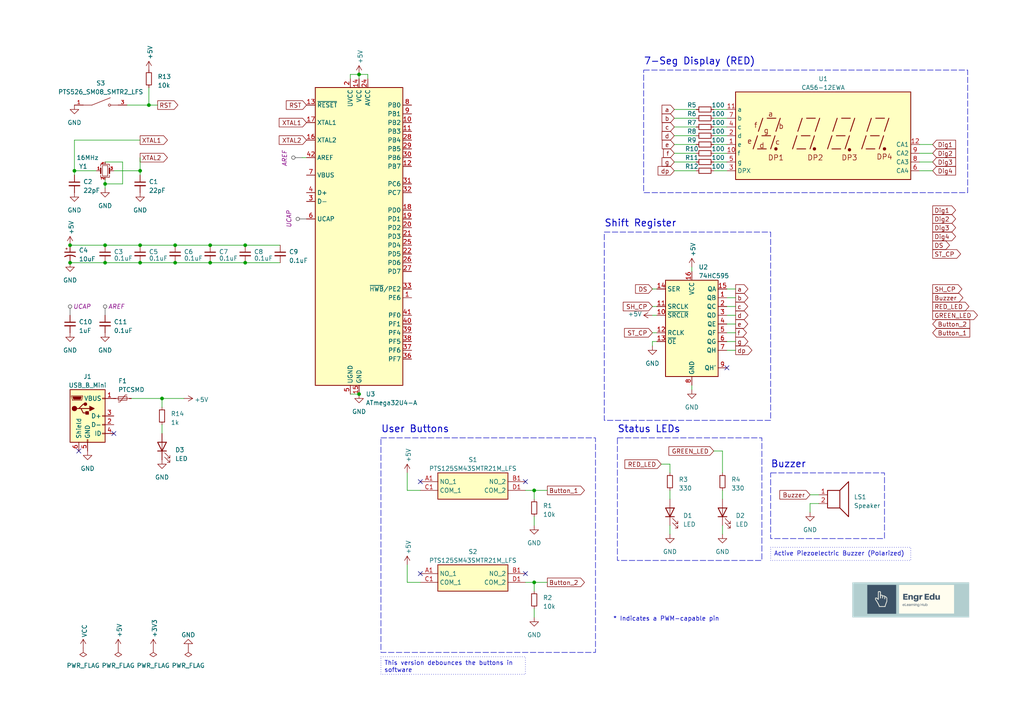
<source format=kicad_sch>
(kicad_sch (version 20230121) (generator eeschema)
  (paper "A4")
  (title_block (title "Arduino Uno Shield") (date "2023-03-22") (rev "1.0"))
  (lib_symbols
    (symbol "74xx:74HC595"
      (property "Reference" "U" (at -7.62 13.97 0))
      (property "Value" "74HC595" (at -7.62 -16.51 0))
      (symbol "74HC595_1_0"
        (pin tri_state line (at 10.16 7.62 180) (length 2.54) (name "QB") (number "1"))
        (pin input line (at -10.16 2.54 0) (length 2.54) (name "~{SRCLR}") (number "10"))
        (pin input line (at -10.16 5.08 0) (length 2.54) (name "SRCLK") (number "11"))
        (pin input line (at -10.16 -2.54 0) (length 2.54) (name "RCLK") (number "12"))
        (pin input line (at -10.16 -5.08 0) (length 2.54) (name "~{OE}") (number "13"))
        (pin input line (at -10.16 10.16 0) (length 2.54) (name "SER") (number "14"))
        (pin tri_state line (at 10.16 10.16 180) (length 2.54) (name "QA") (number "15"))
        (pin power_in line (at 0 15.24 270) (length 2.54) (name "VCC") (number "16"))
        (pin tri_state line (at 10.16 5.08 180) (length 2.54) (name "QC") (number "2"))
        (pin tri_state line (at 10.16 2.54 180) (length 2.54) (name "QD") (number "3"))
        (pin tri_state line (at 10.16 0 180) (length 2.54) (name "QE") (number "4"))
        (pin tri_state line (at 10.16 -2.54 180) (length 2.54) (name "QF") (number "5"))
        (pin tri_state line (at 10.16 -5.08 180) (length 2.54) (name "QG") (number "6"))
        (pin tri_state line (at 10.16 -7.62 180) (length 2.54) (name "QH") (number "7"))
        (pin power_in line (at 0 -17.78 90) (length 2.54) (name "GND") (number "8"))
        (pin output line (at 10.16 -12.7 180) (length 2.54) (name "QH'") (number "9"))
      )
      (symbol "74HC595_1_1"
        (rectangle (start -7.62 12.7) (end 7.62 -15.24) (stroke (width 0.254)) (fill (type background)))
      )
    )
    (symbol "Connector:USB_B_Mini" (pin_names (offset 1.016))
      (property "Reference" "J" (at -5.08 11.43 0))
      (property "Value" "USB_B_Mini" (at -5.08 8.89 0))
      (symbol "USB_B_Mini_0_1"
        (rectangle (start -5.08 -7.62) (end 5.08 7.62) (stroke (width 0.254)) (fill (type background)))
        (circle (center -3.81 2.159) (radius 0.635) (stroke (width 0.254)) (fill (type outline)))
        (circle (center -0.635 3.429) (radius 0.381) (stroke (width 0.254)) (fill (type outline)))
        (rectangle (start -0.127 -7.62) (end 0.127 -6.858))
        (polyline (pts (xy -1.905 2.159) (xy 0.635 2.159)) (stroke (width 0.254)))
        (polyline (pts (xy -3.175 2.159) (xy -2.54 2.159) (xy -1.27 3.429) (xy -0.635 3.429)) (stroke (width 0.254)))
        (polyline (pts (xy -2.54 2.159) (xy -1.905 2.159) (xy -1.27 0.889) (xy 0 0.889)) (stroke (width 0.254)))
        (polyline (pts (xy 0.635 2.794) (xy 0.635 1.524) (xy 1.905 2.159) (xy 0.635 2.794)) (stroke (width 0.254)) (fill (type outline)))
        (polyline (pts (xy -4.318 5.588) (xy -1.778 5.588) (xy -2.032 4.826) (xy -4.064 4.826) (xy -4.318 5.588)) (fill (type outline)))
        (polyline (pts (xy -4.699 5.842) (xy -4.699 5.588) (xy -4.445 4.826) (xy -4.445 4.572) (xy -1.651 4.572) (xy -1.651 4.826) (xy -1.397 5.588) (xy -1.397 5.842) (xy -4.699 5.842)))
        (rectangle (start 0.254 1.27) (end -0.508 0.508) (stroke (width 0.254)) (fill (type outline)))
        (rectangle (start 5.08 -5.207) (end 4.318 -4.953))
        (rectangle (start 5.08 -2.667) (end 4.318 -2.413))
        (rectangle (start 5.08 -0.127) (end 4.318 0.127))
        (rectangle (start 5.08 4.953) (end 4.318 5.207))
      )
      (symbol "USB_B_Mini_1_1"
        (pin power_out line (at 7.62 5.08 180) (length 2.54) (name "VBUS") (number "1"))
        (pin bidirectional line (at 7.62 -2.54 180) (length 2.54) (name "D-") (number "2"))
        (pin bidirectional line (at 7.62 0 180) (length 2.54) (name "D+") (number "3"))
        (pin passive line (at 7.62 -5.08 180) (length 2.54) (name "ID") (number "4"))
        (pin power_out line (at 0 -10.16 90) (length 2.54) (name "GND") (number "5"))
        (pin passive line (at -2.54 -10.16 90) (length 2.54) (name "Shield") (number "6"))
      )
    )
    (symbol "Device:C_Polarized_Small_US" (pin_numbers hide) (pin_names (offset 0.254) hide)
      (property "Reference" "C" (at 0.254 1.778 0))
      (property "Value" "C_Polarized_Small_US" (at 0.254 -2.032 0))
      (symbol "C_Polarized_Small_US_0_1"
        (polyline (pts (xy -1.524 0.508) (xy 1.524 0.508)) (stroke (width 0.3048)))
        (polyline (pts (xy -1.27 1.524) (xy -0.762 1.524)))
        (polyline (pts (xy -1.016 1.27) (xy -1.016 1.778)))
        (arc (start 1.524 -0.762) (mid 0 -0.3734) (end -1.524 -0.762) (stroke (width 0.3048)))
      )
      (symbol "C_Polarized_Small_US_1_1"
        (pin passive line (at 0 2.54 270) (length 2.032) (name "~") (number "1"))
        (pin passive line (at 0 -2.54 90) (length 2.032) (name "~") (number "2"))
      )
    )
    (symbol "Device:C_Small" (pin_numbers hide) (pin_names (offset 0.254) hide)
      (property "Reference" "C" (at 0.254 1.778 0))
      (property "Value" "C_Small" (at 0.254 -2.032 0))
      (symbol "C_Small_0_1"
        (polyline (pts (xy -1.524 -0.508) (xy 1.524 -0.508)) (stroke (width 0.3302)))
        (polyline (pts (xy -1.524 0.508) (xy 1.524 0.508)) (stroke (width 0.3048)))
      )
      (symbol "C_Small_1_1"
        (pin passive line (at 0 2.54 270) (length 2.032) (name "~") (number "1"))
        (pin passive line (at 0 -2.54 90) (length 2.032) (name "~") (number "2"))
      )
    )
    (symbol "Device:Crystal_GND24_Small" (pin_names (offset 1.016) hide)
      (property "Reference" "Y" (at 1.27 4.445 0))
      (property "Value" "Crystal_GND24_Small" (at 1.27 2.54 0))
      (symbol "Crystal_GND24_Small_0_1"
        (rectangle (start -0.762 -1.524) (end 0.762 1.524))
        (polyline (pts (xy -1.27 -0.762) (xy -1.27 0.762)) (stroke (width 0.381)))
        (polyline (pts (xy 1.27 -0.762) (xy 1.27 0.762)) (stroke (width 0.381)))
        (polyline (pts (xy -1.27 -1.27) (xy -1.27 -1.905) (xy 1.27 -1.905) (xy 1.27 -1.27)))
        (polyline (pts (xy -1.27 1.27) (xy -1.27 1.905) (xy 1.27 1.905) (xy 1.27 1.27)))
      )
      (symbol "Crystal_GND24_Small_1_1"
        (pin passive line (at -2.54 0 0) (length 1.27) (name "1") (number "1"))
        (pin passive line (at 0 -2.54 90) (length 0.635) (name "2") (number "2"))
        (pin passive line (at 2.54 0 180) (length 1.27) (name "3") (number "3"))
        (pin passive line (at 0 2.54 270) (length 0.635) (name "4") (number "4"))
      )
    )
    (symbol "Device:LED" (pin_numbers hide) (pin_names (offset 1.016) hide)
      (property "Reference" "D" (at 0 2.54 0))
      (property "Value" "LED" (at 0 -2.54 0))
      (symbol "LED_0_1"
        (polyline (pts (xy -1.27 -1.27) (xy -1.27 1.27)) (stroke (width 0.254)))
        (polyline (pts (xy -1.27 0) (xy 1.27 0)))
        (polyline (pts (xy 1.27 -1.27) (xy 1.27 1.27) (xy -1.27 0) (xy 1.27 -1.27)) (stroke (width 0.254)))
        (polyline (pts (xy -3.048 -0.762) (xy -4.572 -2.286) (xy -3.81 -2.286) (xy -4.572 -2.286) (xy -4.572 -1.524)))
        (polyline (pts (xy -1.778 -0.762) (xy -3.302 -2.286) (xy -2.54 -2.286) (xy -3.302 -2.286) (xy -3.302 -1.524)))
      )
      (symbol "LED_1_1"
        (pin passive line (at -3.81 0 0) (length 2.54) (name "K") (number "1"))
        (pin passive line (at 3.81 0 180) (length 2.54) (name "A") (number "2"))
      )
    )
    (symbol "Device:Polyfuse_Small" (pin_numbers hide) (pin_names (offset 0))
      (property "Reference" "F" (at -1.905 0 90))
      (property "Value" "Polyfuse_Small" (at 1.905 0 90))
      (symbol "Polyfuse_Small_0_1"
        (rectangle (start -0.508 1.27) (end 0.508 -1.27))
        (polyline (pts (xy 0 2.54) (xy 0 -2.54)))
        (polyline (pts (xy -1.016 1.27) (xy -1.016 0.762) (xy 1.016 -0.762) (xy 1.016 -1.27)))
      )
      (symbol "Polyfuse_Small_1_1"
        (pin passive line (at 0 2.54 270) (length 0.635) (name "~") (number "1"))
        (pin passive line (at 0 -2.54 90) (length 0.635) (name "~") (number "2"))
      )
    )
    (symbol "Device:R_Small" (pin_numbers hide) (pin_names (offset 0.254) hide)
      (property "Reference" "R" (at 0.762 0.508 0))
      (property "Value" "R_Small" (at 0.762 -1.016 0))
      (symbol "R_Small_0_1"
        (rectangle (start -0.762 1.778) (end 0.762 -1.778) (stroke (width 0.2032)))
      )
      (symbol "R_Small_1_1"
        (pin passive line (at 0 2.54 270) (length 0.762) (name "~") (number "1"))
        (pin passive line (at 0 -2.54 90) (length 0.762) (name "~") (number "2"))
      )
    )
    (symbol "Device:Speaker" (pin_names (offset 0) hide)
      (property "Reference" "LS" (at 1.27 5.715 0))
      (property "Value" "Speaker" (at 1.27 3.81 0))
      (symbol "Speaker_0_0"
        (rectangle (start -2.54 1.27) (end 1.016 -3.81) (stroke (width 0.254)))
        (polyline (pts (xy 1.016 1.27) (xy 3.556 3.81) (xy 3.556 -6.35) (xy 1.016 -3.81)) (stroke (width 0.254)))
      )
      (symbol "Speaker_1_1"
        (pin input line (at -5.08 0 0) (length 2.54) (name "1") (number "1"))
        (pin input line (at -5.08 -2.54 0) (length 2.54) (name "2") (number "2"))
      )
    )
    (symbol "Display_Character:CA56-12EWA"
      (property "Reference" "U" (at -24.13 13.97 0))
      (property "Value" "CA56-12EWA" (at 19.05 13.97 0))
      (symbol "CA56-12EWA_0_0"
        (rectangle (start -25.4 12.7) (end 25.4 -12.7) (stroke (width 0.254)) (fill (type background)))
        (polyline (pts (xy -20.32 -3.81) (xy -19.05 0)) (stroke (width 0.254)))
        (polyline (pts (xy -19.05 -3.81) (xy -16.51 -3.81)) (stroke (width 0.254)))
        (polyline (pts (xy -18.796 1.27) (xy -17.526 5.08)) (stroke (width 0.254)))
        (polyline (pts (xy -17.78 0) (xy -15.24 0)) (stroke (width 0.254)))
        (polyline (pts (xy -16.256 5.08) (xy -13.716 5.08)) (stroke (width 0.254)))
        (polyline (pts (xy -15.24 -3.81) (xy -13.97 0)) (stroke (width 0.254)))
        (polyline (pts (xy -13.716 1.27) (xy -12.446 5.08)) (stroke (width 0.254)))
        (polyline (pts (xy -8.89 -3.81) (xy -7.62 0)) (stroke (width 0.254)))
        (polyline (pts (xy -7.62 -3.81) (xy -5.08 -3.81)) (stroke (width 0.254)))
        (polyline (pts (xy -7.366 1.27) (xy -6.096 5.08)) (stroke (width 0.254)))
        (polyline (pts (xy -6.35 0) (xy -3.81 0)) (stroke (width 0.254)))
        (polyline (pts (xy -4.826 5.08) (xy -2.286 5.08)) (stroke (width 0.254)))
        (polyline (pts (xy -3.81 -3.81) (xy -2.54 0)) (stroke (width 0.254)))
        (polyline (pts (xy -2.286 1.27) (xy -1.016 5.08)) (stroke (width 0.254)))
        (polyline (pts (xy 1.27 -3.81) (xy 2.54 0)) (stroke (width 0.254)))
        (polyline (pts (xy 2.54 -3.81) (xy 5.08 -3.81)) (stroke (width 0.254)))
        (polyline (pts (xy 2.794 1.27) (xy 4.064 5.08)) (stroke (width 0.254)))
        (polyline (pts (xy 3.81 0) (xy 6.35 0)) (stroke (width 0.254)))
        (polyline (pts (xy 5.334 5.08) (xy 7.874 5.08)) (stroke (width 0.254)))
        (polyline (pts (xy 6.35 -3.81) (xy 7.62 0)) (stroke (width 0.254)))
        (polyline (pts (xy 7.874 1.27) (xy 9.144 5.08)) (stroke (width 0.254)))
        (polyline (pts (xy 11.176 -3.81) (xy 12.446 0)) (stroke (width 0.254)))
        (polyline (pts (xy 12.446 -3.81) (xy 14.986 -3.81)) (stroke (width 0.254)))
        (polyline (pts (xy 12.7 1.27) (xy 13.97 5.08)) (stroke (width 0.254)))
        (polyline (pts (xy 13.716 0) (xy 16.256 0)) (stroke (width 0.254)))
        (polyline (pts (xy 15.24 5.08) (xy 17.78 5.08)) (stroke (width 0.254)))
        (polyline (pts (xy 16.256 -3.81) (xy 17.526 0)) (stroke (width 0.254)))
        (polyline (pts (xy 17.78 1.27) (xy 19.05 5.08)) (stroke (width 0.254)))
        (text "a" (at -15.24 6.35 0) (effects (font (size 1.524 1.524))))
        (text "b" (at -12.192 2.794 0) (effects (font (size 1.524 1.524))))
        (text "c" (at -13.208 -1.778 0) (effects (font (size 1.524 1.524))))
        (text "d" (at -17.78 -2.794 0) (effects (font (size 1.524 1.524))))
        (text "DP1" (at -13.716 -6.35 0) (effects (font (size 1.524 1.524))))
        (text "DP2" (at -2.286 -6.35 0) (effects (font (size 1.524 1.524))))
        (text "DP3" (at 7.62 -6.35 0) (effects (font (size 1.524 1.524))))
        (text "DP4" (at 17.78 -6.096 0) (effects (font (size 1.524 1.524))))
        (text "e" (at -21.336 -1.524 0) (effects (font (size 1.524 1.524))))
        (text "f" (at -19.558 3.048 0) (effects (font (size 1.524 1.524))))
        (text "g" (at -16.51 1.524 0) (effects (font (size 1.524 1.524))))
      )
      (symbol "CA56-12EWA_0_1"
        (circle (center -13.716 -3.81) (radius 0.3556) (stroke (width 0.254)) (fill (type outline)))
        (circle (center -2.54 -3.81) (radius 0.3556) (stroke (width 0.254)) (fill (type outline)))
      )
      (symbol "CA56-12EWA_1_0"
        (circle (center 7.62 -4.064) (radius 0.3556) (stroke (width 0.254)) (fill (type outline)))
        (circle (center 17.78 -3.81) (radius 0.3556) (stroke (width 0.254)) (fill (type outline)))
      )
      (symbol "CA56-12EWA_1_1"
        (pin input line (at -27.94 -2.54 0) (length 2.54) (name "e") (number "1"))
        (pin input line (at -27.94 -5.08 0) (length 2.54) (name "f") (number "10"))
        (pin input line (at -27.94 7.62 0) (length 2.54) (name "a") (number "11"))
        (pin input line (at 27.94 -2.54 180) (length 2.54) (name "CA1") (number "12"))
        (pin input line (at -27.94 0 0) (length 2.54) (name "d") (number "2"))
        (pin input line (at -27.94 -10.16 0) (length 2.54) (name "DPX") (number "3"))
        (pin input line (at -27.94 2.54 0) (length 2.54) (name "c") (number "4"))
        (pin input line (at -27.94 -7.62 0) (length 2.54) (name "g") (number "5"))
        (pin input line (at 27.94 -10.16 180) (length 2.54) (name "CA4") (number "6"))
        (pin input line (at -27.94 5.08 0) (length 2.54) (name "b") (number "7"))
        (pin input line (at 27.94 -7.62 180) (length 2.54) (name "CA3") (number "8"))
        (pin input line (at 27.94 -5.08 180) (length 2.54) (name "CA2") (number "9"))
      )
    )
    (symbol "GND_1" (power) (pin_names (offset 0))
      (property "Value" "GND_1" (at 0 -3.81 0))
      (symbol "GND_1_0_1"
        (polyline (pts (xy 0 0) (xy 0 -1.27) (xy 1.27 -1.27) (xy 0 -2.54) (xy -1.27 -1.27) (xy 0 -1.27)))
      )
      (symbol "GND_1_1_1"
        (pin power_in line (at 0 0 270) (length 0) hide (name "GND") (number "1"))
      )
    )
    (symbol "GND_2" (power) (pin_names (offset 0))
      (property "Value" "GND_2" (at 0 -3.81 0))
      (symbol "GND_2_0_1"
        (polyline (pts (xy 0 0) (xy 0 -1.27) (xy 1.27 -1.27) (xy 0 -2.54) (xy -1.27 -1.27) (xy 0 -1.27)))
      )
      (symbol "GND_2_1_1"
        (pin power_in line (at 0 0 270) (length 0) hide (name "GND") (number "1"))
      )
    )
    (symbol "GND_3" (power) (pin_names (offset 0))
      (property "Value" "GND_3" (at 0 -3.81 0))
      (symbol "GND_3_0_1"
        (polyline (pts (xy 0 0) (xy 0 -1.27) (xy 1.27 -1.27) (xy 0 -2.54) (xy -1.27 -1.27) (xy 0 -1.27)))
      )
      (symbol "GND_3_1_1"
        (pin power_in line (at 0 0 270) (length 0) hide (name "GND") (number "1"))
      )
    )
    (symbol "GND_4" (power) (pin_names (offset 0))
      (property "Value" "GND_4" (at 0 -3.81 0))
      (symbol "GND_4_0_1"
        (polyline (pts (xy 0 0) (xy 0 -1.27) (xy 1.27 -1.27) (xy 0 -2.54) (xy -1.27 -1.27) (xy 0 -1.27)))
      )
      (symbol "GND_4_1_1"
        (pin power_in line (at 0 0 270) (length 0) hide (name "GND") (number "1"))
      )
    )
    (symbol "MCU_Microchip_ATmega:ATmega32U4-A"
      (property "Reference" "U" (at -12.7 44.45 0))
      (property "Value" "ATmega32U4-A" (at 2.54 -44.45 0))
      (symbol "ATmega32U4-A_0_1"
        (rectangle (start -12.7 -43.18) (end 12.7 43.18) (stroke (width 0.254)) (fill (type background)))
      )
      (symbol "ATmega32U4-A_1_1"
        (pin bidirectional line (at 15.24 -17.78 180) (length 2.54) (name "PE6") (number "1"))
        (pin bidirectional line (at 15.24 33.02 180) (length 2.54) (name "PB2") (number "10"))
        (pin bidirectional line (at 15.24 30.48 180) (length 2.54) (name "PB3") (number "11"))
        (pin bidirectional line (at 15.24 20.32 180) (length 2.54) (name "PB7") (number "12"))
        (pin input line (at -15.24 38.1 0) (length 2.54) (name "~{RESET}") (number "13"))
        (pin power_in line (at 0 45.72 270) (length 2.54) (name "VCC") (number "14"))
        (pin power_in line (at 0 -45.72 90) (length 2.54) (name "GND") (number "15"))
        (pin output line (at -15.24 27.94 0) (length 2.54) (name "XTAL2") (number "16"))
        (pin input line (at -15.24 33.02 0) (length 2.54) (name "XTAL1") (number "17"))
        (pin bidirectional line (at 15.24 7.62 180) (length 2.54) (name "PD0") (number "18"))
        (pin bidirectional line (at 15.24 5.08 180) (length 2.54) (name "PD1") (number "19"))
        (pin power_in line (at -2.54 45.72 270) (length 2.54) (name "UVCC") (number "2"))
        (pin bidirectional line (at 15.24 2.54 180) (length 2.54) (name "PD2") (number "20"))
        (pin bidirectional line (at 15.24 0 180) (length 2.54) (name "PD3") (number "21"))
        (pin bidirectional line (at 15.24 -5.08 180) (length 2.54) (name "PD5") (number "22"))
        (pin passive line (at 0 -45.72 90) (length 2.54) hide (name "GND") (number "23"))
        (pin power_in line (at 2.54 45.72 270) (length 2.54) (name "AVCC") (number "24"))
        (pin bidirectional line (at 15.24 -2.54 180) (length 2.54) (name "PD4") (number "25"))
        (pin bidirectional line (at 15.24 -7.62 180) (length 2.54) (name "PD6") (number "26"))
        (pin bidirectional line (at 15.24 -10.16 180) (length 2.54) (name "PD7") (number "27"))
        (pin bidirectional line (at 15.24 27.94 180) (length 2.54) (name "PB4") (number "28"))
        (pin bidirectional line (at 15.24 25.4 180) (length 2.54) (name "PB5") (number "29"))
        (pin bidirectional line (at -15.24 10.16 0) (length 2.54) (name "D-") (number "3"))
        (pin bidirectional line (at 15.24 22.86 180) (length 2.54) (name "PB6") (number "30"))
        (pin bidirectional line (at 15.24 15.24 180) (length 2.54) (name "PC6") (number "31"))
        (pin bidirectional line (at 15.24 12.7 180) (length 2.54) (name "PC7") (number "32"))
        (pin bidirectional line (at 15.24 -15.24 180) (length 2.54) (name "~{HWB}/PE2") (number "33"))
        (pin passive line (at 0 45.72 270) (length 2.54) hide (name "VCC") (number "34"))
        (pin passive line (at 0 -45.72 90) (length 2.54) hide (name "GND") (number "35"))
        (pin bidirectional line (at 15.24 -35.56 180) (length 2.54) (name "PF7") (number "36"))
        (pin bidirectional line (at 15.24 -33.02 180) (length 2.54) (name "PF6") (number "37"))
        (pin bidirectional line (at 15.24 -30.48 180) (length 2.54) (name "PF5") (number "38"))
        (pin bidirectional line (at 15.24 -27.94 180) (length 2.54) (name "PF4") (number "39"))
        (pin bidirectional line (at -15.24 12.7 0) (length 2.54) (name "D+") (number "4"))
        (pin bidirectional line (at 15.24 -25.4 180) (length 2.54) (name "PF1") (number "40"))
        (pin bidirectional line (at 15.24 -22.86 180) (length 2.54) (name "PF0") (number "41"))
        (pin passive line (at -15.24 22.86 0) (length 2.54) (name "AREF") (number "42"))
        (pin passive line (at 0 -45.72 90) (length 2.54) hide (name "GND") (number "43"))
        (pin passive line (at 2.54 45.72 270) (length 2.54) hide (name "AVCC") (number "44"))
        (pin passive line (at -2.54 -45.72 90) (length 2.54) (name "UGND") (number "5"))
        (pin passive line (at -15.24 5.08 0) (length 2.54) (name "UCAP") (number "6"))
        (pin input line (at -15.24 17.78 0) (length 2.54) (name "VBUS") (number "7"))
        (pin bidirectional line (at 15.24 38.1 180) (length 2.54) (name "PB0") (number "8"))
        (pin bidirectional line (at 15.24 35.56 180) (length 2.54) (name "PB1") (number "9"))
      )
    )
    (symbol "PTS125_SMD_Button:PTS125SM43SMTR21M_LFS"
      (property "Reference" "S" (at 26.67 7.62 0))
      (property "Value" "PTS125SM43SMTR21M_LFS" (at 26.67 5.08 0))
      (symbol "PTS125SM43SMTR21M_LFS_1_1"
        (rectangle (start 5.08 2.54) (end 25.4 -5.08) (stroke (width 0.254)) (fill (type background)))
        (pin passive line (at 0 0 0) (length 5.08) (name "NO_1") (number "A1"))
        (pin passive line (at 30.48 0 180) (length 5.08) (name "NO_2") (number "B1"))
        (pin passive line (at 0 -2.54 0) (length 5.08) (name "COM_1") (number "C1"))
        (pin passive line (at 30.48 -2.54 180) (length 5.08) (name "COM_2") (number "D1"))
      )
    )
    (symbol "PTS526_SMD_Button:PTS526_SM08_SMTR2_LFS" (pin_names (offset 1.016))
      (property "Reference" "S" (at -2.54 2.54 0))
      (property "Value" "PTS526_SM08_SMTR2_LFS" (at -2.54 -2.54 0))
      (symbol "PTS526_SM08_SMTR2_LFS_0_0"
        (polyline (pts (xy -2.54 0) (xy -5.08 0)) (stroke (width 0.1524)))
        (polyline (pts (xy -2.54 0) (xy 2.794 2.1336)) (stroke (width 0.1524)))
        (polyline (pts (xy 5.08 0) (xy 2.921 0)) (stroke (width 0.1524)))
        (circle (center 2.54 0) (radius 0.3302) (stroke (width 0.1524)))
        (pin passive line (at -7.62 0 0) (length 2.54) (name "~") (number "1"))
        (pin passive line (at 7.62 0 180) (length 2.54) (name "~") (number "3"))
      )
    )
    (symbol "power:+3V3" (power) (pin_names (offset 0))
      (property "Value" "+3V3" (at 0 3.556 0))
      (symbol "+3V3_0_1"
        (polyline (pts (xy -0.762 1.27) (xy 0 2.54)))
        (polyline (pts (xy 0 0) (xy 0 2.54)))
        (polyline (pts (xy 0 2.54) (xy 0.762 1.27)))
      )
      (symbol "+3V3_1_1"
        (pin power_in line (at 0 0 90) (length 0) hide (name "+3V3") (number "1"))
      )
    )
    (symbol "power:+5V" (power) (pin_names (offset 0))
      (property "Value" "+5V" (at 0 3.556 0))
      (symbol "+5V_0_1"
        (polyline (pts (xy -0.762 1.27) (xy 0 2.54)))
        (polyline (pts (xy 0 0) (xy 0 2.54)))
        (polyline (pts (xy 0 2.54) (xy 0.762 1.27)))
      )
      (symbol "+5V_1_1"
        (pin power_in line (at 0 0 90) (length 0) hide (name "+5V") (number "1"))
      )
    )
    (symbol "power:GND" (power) (pin_names (offset 0))
      (property "Value" "GND" (at 0 -3.81 0))
      (symbol "GND_0_1"
        (polyline (pts (xy 0 0) (xy 0 -1.27) (xy 1.27 -1.27) (xy 0 -2.54) (xy -1.27 -1.27) (xy 0 -1.27)))
      )
      (symbol "GND_1_1"
        (pin power_in line (at 0 0 270) (length 0) hide (name "GND") (number "1"))
      )
    )
    (symbol "power:PWR_FLAG" (power) (pin_numbers hide) (pin_names (offset 0) hide)
      (property "Value" "PWR_FLAG" (at 0 3.81 0))
      (symbol "PWR_FLAG_0_0"
        (pin power_out line (at 0 0 90) (length 0) (name "pwr") (number "1"))
      )
      (symbol "PWR_FLAG_0_1"
        (polyline (pts (xy 0 0) (xy 0 1.27) (xy -1.016 1.905) (xy 0 2.54) (xy 1.016 1.905) (xy 0 1.27)))
      )
    )
    (symbol "power:VCC" (power) (pin_names (offset 0))
      (property "Value" "VCC" (at 0 3.81 0))
      (symbol "VCC_0_1"
        (polyline (pts (xy -0.762 1.27) (xy 0 2.54)))
        (polyline (pts (xy 0 0) (xy 0 2.54)))
        (polyline (pts (xy 0 2.54) (xy 0.762 1.27)))
      )
      (symbol "VCC_1_1"
        (pin power_in line (at 0 0 90) (length 0) hide (name "VCC") (number "1"))
      )
    )
  )
  (junction (at 71.12 71.12))
  (junction (at 50.8 76.2))
  (junction (at 21.59 49.53))
  (junction (at 30.48 76.2))
  (junction (at 60.96 71.12))
  (junction (at 30.48 71.12))
  (junction (at 50.8 71.12))
  (junction (at 60.96 76.2))
  (junction (at 154.94 168.91))
  (junction (at 104.14 114.3))
  (junction (at 40.64 49.53))
  (junction (at 40.64 76.2))
  (junction (at 40.64 71.12))
  (junction (at 71.12 76.2))
  (junction (at 46.99 115.57))
  (junction (at 20.32 76.2))
  (junction (at 104.14 21.59))
  (junction (at 43.18 30.48))
  (junction (at 30.48 53.34))
  (junction (at 20.32 71.12))
  (junction (at 154.94 142.24))
  (no_connect (at 210.82 106.68))
  (no_connect (at 121.92 139.7))
  (no_connect (at 22.86 130.81))
  (no_connect (at 152.4 166.37))
  (no_connect (at 152.4 139.7))
  (no_connect (at 121.92 166.37))
  (no_connect (at 33.02 125.73))
  (wire (pts (xy 200.66 111.76) (xy 200.66 113.03)))
  (wire (pts (xy 154.94 168.91) (xy 154.94 171.45)))
  (wire (pts (xy 207.01 36.83) (xy 210.82 36.83)))
  (wire (pts (xy 20.32 76.2) (xy 30.48 76.2)))
  (wire (pts (xy 21.59 40.64) (xy 40.64 40.64)))
  (wire (pts (xy 30.48 53.34) (xy 30.48 52.07)))
  (wire (pts (xy 234.95 146.05) (xy 234.95 148.59)))
  (wire (pts (xy 71.12 76.2) (xy 81.28 76.2)))
  (wire (pts (xy 210.82 83.82) (xy 213.36 83.82)))
  (wire (pts (xy 50.8 71.12) (xy 60.96 71.12)))
  (wire (pts (xy 154.94 168.91) (xy 158.75 168.91)))
  (wire (pts (xy 104.14 21.59) (xy 104.14 22.86)))
  (wire (pts (xy 121.92 142.24) (xy 118.11 142.24)))
  (wire (pts (xy 154.94 142.24) (xy 154.94 144.78)))
  (wire (pts (xy 194.31 142.24) (xy 194.31 144.78)))
  (wire (pts (xy 106.68 22.86) (xy 106.68 21.59)))
  (wire (pts (xy 60.96 71.12) (xy 71.12 71.12)))
  (wire (pts (xy 189.23 88.9) (xy 190.5 88.9)))
  (wire (pts (xy 46.99 118.11) (xy 46.99 115.57)))
  (wire (pts (xy 21.59 49.53) (xy 21.59 50.8)))
  (wire (pts (xy 195.58 36.83) (xy 201.93 36.83)))
  (wire (pts (xy 234.95 143.51) (xy 237.49 143.51)))
  (wire (pts (xy 266.7 44.45) (xy 270.51 44.45)))
  (wire (pts (xy 21.59 49.53) (xy 21.59 40.64)))
  (wire (pts (xy 209.55 130.81) (xy 209.55 137.16)))
  (wire (pts (xy 195.58 34.29) (xy 201.93 34.29)))
  (wire (pts (xy 36.83 30.48) (xy 43.18 30.48)))
  (wire (pts (xy 101.6 114.3) (xy 104.14 114.3)))
  (wire (pts (xy 27.94 49.53) (xy 21.59 49.53)))
  (wire (pts (xy 190.5 99.06) (xy 189.23 99.06)))
  (wire (pts (xy 209.55 142.24) (xy 209.55 144.78)))
  (wire (pts (xy 195.58 41.91) (xy 201.93 41.91)))
  (wire (pts (xy 200.66 77.47) (xy 200.66 78.74)))
  (wire (pts (xy 207.01 130.81) (xy 209.55 130.81)))
  (wire (pts (xy 35.56 46.99) (xy 35.56 53.34)))
  (wire (pts (xy 30.48 46.99) (xy 35.56 46.99)))
  (wire (pts (xy 195.58 44.45) (xy 201.93 44.45)))
  (wire (pts (xy 189.23 83.82) (xy 190.5 83.82)))
  (wire (pts (xy 207.01 31.75) (xy 210.82 31.75)))
  (wire (pts (xy 154.94 142.24) (xy 158.75 142.24)))
  (wire (pts (xy 60.96 76.2) (xy 71.12 76.2)))
  (wire (pts (xy 209.55 152.4) (xy 209.55 154.94)))
  (wire (pts (xy 210.82 96.52) (xy 213.36 96.52)))
  (wire (pts (xy 266.7 46.99) (xy 270.51 46.99)))
  (wire (pts (xy 189.23 91.44) (xy 190.5 91.44)))
  (wire (pts (xy 207.01 39.37) (xy 210.82 39.37)))
  (wire (pts (xy 152.4 142.24) (xy 154.94 142.24)))
  (wire (pts (xy 101.6 21.59) (xy 104.14 21.59)))
  (wire (pts (xy 195.58 49.53) (xy 201.93 49.53)))
  (wire (pts (xy 237.49 146.05) (xy 234.95 146.05)))
  (wire (pts (xy 43.18 30.48) (xy 45.72 30.48)))
  (wire (pts (xy 43.18 25.4) (xy 43.18 30.48)))
  (wire (pts (xy 189.23 99.06) (xy 189.23 100.33)))
  (wire (pts (xy 207.01 46.99) (xy 210.82 46.99)))
  (wire (pts (xy 210.82 88.9) (xy 213.36 88.9)))
  (wire (pts (xy 207.01 34.29) (xy 210.82 34.29)))
  (wire (pts (xy 195.58 39.37) (xy 201.93 39.37)))
  (wire (pts (xy 207.01 44.45) (xy 210.82 44.45)))
  (wire (pts (xy 40.64 71.12) (xy 50.8 71.12)))
  (wire (pts (xy 154.94 149.86) (xy 154.94 152.4)))
  (wire (pts (xy 40.64 76.2) (xy 50.8 76.2)))
  (wire (pts (xy 210.82 91.44) (xy 213.36 91.44)))
  (wire (pts (xy 266.7 49.53) (xy 270.51 49.53)))
  (wire (pts (xy 210.82 93.98) (xy 213.36 93.98)))
  (wire (pts (xy 40.64 49.53) (xy 40.64 50.8)))
  (wire (pts (xy 118.11 142.24) (xy 118.11 137.16)))
  (wire (pts (xy 106.68 21.59) (xy 104.14 21.59)))
  (wire (pts (xy 210.82 86.36) (xy 213.36 86.36)))
  (wire (pts (xy 50.8 76.2) (xy 60.96 76.2)))
  (wire (pts (xy 154.94 176.53) (xy 154.94 179.07)))
  (wire (pts (xy 40.64 45.72) (xy 40.64 49.53)))
  (wire (pts (xy 195.58 31.75) (xy 201.93 31.75)))
  (wire (pts (xy 195.58 46.99) (xy 201.93 46.99)))
  (wire (pts (xy 53.34 115.57) (xy 46.99 115.57)))
  (wire (pts (xy 30.48 53.34) (xy 30.48 54.61)))
  (wire (pts (xy 194.31 134.62) (xy 194.31 137.16)))
  (wire (pts (xy 194.31 152.4) (xy 194.31 154.94)))
  (wire (pts (xy 71.12 71.12) (xy 81.28 71.12)))
  (wire (pts (xy 118.11 168.91) (xy 118.11 163.83)))
  (wire (pts (xy 35.56 53.34) (xy 30.48 53.34)))
  (wire (pts (xy 46.99 123.19) (xy 46.99 125.73)))
  (wire (pts (xy 30.48 71.12) (xy 40.64 71.12)))
  (wire (pts (xy 33.02 49.53) (xy 40.64 49.53)))
  (wire (pts (xy 101.6 22.86) (xy 101.6 21.59)))
  (wire (pts (xy 207.01 41.91) (xy 210.82 41.91)))
  (wire (pts (xy 210.82 101.6) (xy 213.36 101.6)))
  (wire (pts (xy 20.32 71.12) (xy 30.48 71.12)))
  (wire (pts (xy 30.48 76.2) (xy 40.64 76.2)))
  (wire (pts (xy 266.7 41.91) (xy 270.51 41.91)))
  (wire (pts (xy 121.92 168.91) (xy 118.11 168.91)))
  (wire (pts (xy 189.23 96.52) (xy 190.5 96.52)))
  (wire (pts (xy 46.99 115.57) (xy 38.1 115.57)))
  (wire (pts (xy 152.4 168.91) (xy 154.94 168.91)))
  (wire (pts (xy 87.63 45.72) (xy 88.9 45.72)))
  (wire (pts (xy 191.77 134.62) (xy 194.31 134.62)))
  (wire (pts (xy 210.82 99.06) (xy 213.36 99.06)))
  (wire (pts (xy 207.01 49.53) (xy 210.82 49.53)))
  (rectangle (start 179.07 127) (end 220.98 162.56) (stroke (width 0) (type dash)))
  (rectangle (start 223.52 137.16) (end 256.54 156.21) (stroke (width 0) (type dash)))
  (rectangle (start 110.49 127) (end 172.72 189.23) (stroke (width 0) (type dash)))
  (rectangle (start 175.26 67.31) (end 223.52 121.92) (stroke (width 0) (type dash)))
  (rectangle (start 186.69 20.32) (end 280.67 55.88) (stroke (width 0) (type dash)))
  (image (at 264.16 173.99) (scale 0.800628))
  (text_box "Active Piezoelectric Buzzer (Polarized)" (at 223.52 158.75 0) (size 40.64 3.81) (stroke (width 0) (type dot)) (effects (font (size 1.27 1.27)) (justify left top)))
  (text_box "This version debounces the buttons in software" (at 110.49 190.5 0) (size 41.91 5.08) (stroke (width 0) (type dot)) (effects (font (size 1.27 1.27)) (justify left top)))
  (text "Shift Register" (at 175.26 66.04 0) (effects (font (size 2 2) (thickness 0.254) bold) (justify left bottom)))
  (text "Status LEDs" (at 179.07 125.73 0) (effects (font (size 2 2) (thickness 0.254) bold) (justify left bottom)))
  (text "User Buttons" (at 110.49 125.73 0) (effects (font (size 2 2) (thickness 0.254) bold) (justify left bottom)))
  (text "Buzzer" (at 223.52 135.89 0) (effects (font (size 2 2) (thickness 0.254) bold) (justify left bottom)))
  (text "* Indicates a PWM-capable pin" (at 177.8 180.34 0) (effects (font (size 1.27 1.27)) (justify left bottom)))
  (text "7-Seg Display (RED)" (at 186.69 19.05 0) (effects (font (size 2 2) (thickness 0.254) bold) (justify left bottom)))
  (global_label "e" (shape output) (at 213.36 93.98 0) (property "Intersheetrefs" "${INTERSHEET_REFS}" (effects hide)))
  (global_label "Button_1" (shape output) (at 158.75 142.24 0) (property "Intersheetrefs" "${INTERSHEET_REFS}" (effects hide)))
  (global_label "RST" (shape output) (at 45.72 30.48 0) (property "Intersheetrefs" "${INTERSHEET_REFS}" (effects hide)))
  (global_label "Button_1" (shape input) (at 270.51 96.52 0) (property "Intersheetrefs" "${INTERSHEET_REFS}" (effects hide)))
  (global_label "XTAL2" (shape input) (at 88.9 40.64 180) (property "Intersheetrefs" "${INTERSHEET_REFS}" (effects hide)))
  (global_label "g" (shape output) (at 213.36 99.06 0) (property "Intersheetrefs" "${INTERSHEET_REFS}" (effects hide)))
  (global_label "dp" (shape output) (at 213.36 101.6 0) (property "Intersheetrefs" "${INTERSHEET_REFS}" (effects hide)))
  (global_label "ST_CP" (shape output) (at 270.51 73.66 0) (property "Intersheetrefs" "${INTERSHEET_REFS}" (effects hide)))
  (global_label "b" (shape input) (at 195.58 34.29 180) (property "Intersheetrefs" "${INTERSHEET_REFS}" (effects hide)))
  (global_label "f" (shape output) (at 213.36 96.52 0) (property "Intersheetrefs" "${INTERSHEET_REFS}" (effects hide)))
  (global_label "ST_CP" (shape input) (at 189.23 96.52 180) (property "Intersheetrefs" "${INTERSHEET_REFS}" (effects hide)))
  (global_label "d" (shape input) (at 195.58 39.37 180) (property "Intersheetrefs" "${INTERSHEET_REFS}" (effects hide)))
  (global_label "a" (shape input) (at 195.58 31.75 180) (property "Intersheetrefs" "${INTERSHEET_REFS}" (effects hide)))
  (global_label "c" (shape output) (at 213.36 88.9 0) (property "Intersheetrefs" "${INTERSHEET_REFS}" (effects hide)))
  (global_label "Dig1" (shape output) (at 270.51 60.96 0) (property "Intersheetrefs" "${INTERSHEET_REFS}" (effects hide)))
  (global_label "XTAL2" (shape output) (at 40.64 45.72 0) (property "Intersheetrefs" "${INTERSHEET_REFS}" (effects hide)))
  (global_label "Buzzer" (shape output) (at 270.51 86.36 0) (property "Intersheetrefs" "${INTERSHEET_REFS}" (effects hide)))
  (global_label "g" (shape input) (at 195.58 46.99 180) (property "Intersheetrefs" "${INTERSHEET_REFS}" (effects hide)))
  (global_label "Button_2" (shape input) (at 270.51 93.98 0) (property "Intersheetrefs" "${INTERSHEET_REFS}" (effects hide)))
  (global_label "Dig1" (shape input) (at 270.51 41.91 0) (property "Intersheetrefs" "${INTERSHEET_REFS}" (effects hide)))
  (global_label "Dig4" (shape output) (at 270.51 68.58 0) (property "Intersheetrefs" "${INTERSHEET_REFS}" (effects hide)))
  (global_label "GREEN_LED" (shape input) (at 207.01 130.81 180) (property "Intersheetrefs" "${INTERSHEET_REFS}" (effects hide)))
  (global_label "a" (shape output) (at 213.36 83.82 0) (property "Intersheetrefs" "${INTERSHEET_REFS}" (effects hide)))
  (global_label "SH_CP" (shape output) (at 270.51 83.82 0) (property "Intersheetrefs" "${INTERSHEET_REFS}" (effects hide)))
  (global_label "Dig2" (shape input) (at 270.51 44.45 0) (property "Intersheetrefs" "${INTERSHEET_REFS}" (effects hide)))
  (global_label "Dig3" (shape output) (at 270.51 66.04 0) (property "Intersheetrefs" "${INTERSHEET_REFS}" (effects hide)))
  (global_label "DS" (shape input) (at 189.23 83.82 180) (property "Intersheetrefs" "${INTERSHEET_REFS}" (effects hide)))
  (global_label "SH_CP" (shape input) (at 189.23 88.9 180) (property "Intersheetrefs" "${INTERSHEET_REFS}" (effects hide)))
  (global_label "Button_2" (shape output) (at 158.75 168.91 0) (property "Intersheetrefs" "${INTERSHEET_REFS}" (effects hide)))
  (global_label "Dig4" (shape input) (at 270.51 49.53 0) (property "Intersheetrefs" "${INTERSHEET_REFS}" (effects hide)))
  (global_label "c" (shape input) (at 195.58 36.83 180) (property "Intersheetrefs" "${INTERSHEET_REFS}" (effects hide)))
  (global_label "Dig2" (shape output) (at 270.51 63.5 0) (property "Intersheetrefs" "${INTERSHEET_REFS}" (effects hide)))
  (global_label "dp" (shape input) (at 195.58 49.53 180) (property "Intersheetrefs" "${INTERSHEET_REFS}" (effects hide)))
  (global_label "XTAL1" (shape output) (at 40.64 40.64 0) (property "Intersheetrefs" "${INTERSHEET_REFS}" (effects hide)))
  (global_label "RST" (shape input) (at 88.9 30.48 180) (property "Intersheetrefs" "${INTERSHEET_REFS}" (effects hide)))
  (global_label "Dig3" (shape input) (at 270.51 46.99 0) (property "Intersheetrefs" "${INTERSHEET_REFS}" (effects hide)))
  (global_label "Buzzer" (shape input) (at 234.95 143.51 180) (property "Intersheetrefs" "${INTERSHEET_REFS}" (effects hide)))
  (global_label "RED_LED" (shape output) (at 270.51 88.9 0) (property "Intersheetrefs" "${INTERSHEET_REFS}" (effects hide)))
  (global_label "d" (shape output) (at 213.36 91.44 0) (property "Intersheetrefs" "${INTERSHEET_REFS}" (effects hide)))
  (global_label "XTAL1" (shape input) (at 88.9 35.56 180) (property "Intersheetrefs" "${INTERSHEET_REFS}" (effects hide)))
  (global_label "e" (shape input) (at 195.58 41.91 180) (property "Intersheetrefs" "${INTERSHEET_REFS}" (effects hide)))
  (global_label "DS" (shape output) (at 270.51 71.12 0) (property "Intersheetrefs" "${INTERSHEET_REFS}" (effects hide)))
  (global_label "GREEN_LED" (shape output) (at 270.51 91.44 0) (property "Intersheetrefs" "${INTERSHEET_REFS}" (effects hide)))
  (global_label "f" (shape input) (at 195.58 44.45 180) (property "Intersheetrefs" "${INTERSHEET_REFS}" (effects hide)))
  (global_label "b" (shape output) (at 213.36 86.36 0) (property "Intersheetrefs" "${INTERSHEET_REFS}" (effects hide)))
  (global_label "RED_LED" (shape input) (at 191.77 134.62 180) (property "Intersheetrefs" "${INTERSHEET_REFS}" (effects hide)))
  (netclass_flag "" (length 2.54) (shape round) (at 87.63 45.72 90) (property "Netclass" "AREF" (at 82.55 48.26 90) (effects (font italic) (justify left))))
  (netclass_flag "" (length 2.54) (shape round) (at 20.32 91.44 0) (property "Netclass" "UCAP" (at 21.209 88.9 0) (effects (font italic) (justify left))))
  (netclass_flag "" (length 2.54) (shape round) (at 30.48 91.44 0) (property "Netclass" "AREF" (at 31.369 88.9 0) (effects (font italic) (justify left))))
  (netclass_flag "" (length 2.54) (shape round) (at 88.9 63.5 90) (property "Netclass" "UCAP" (at 83.82 66.04 90) (effects (font italic) (justify left))))
  (symbol (lib_id "power:GND") (at 21.59 30.48 0) (unit 1)
    (property "Reference" "#PWR01" (effects hide))
    (property "Value" "GND" (at 21.59 35.56 0))
  )
  (symbol (lib_id "power:+5V") (at 118.11 163.83 0) (unit 1)
    (property "Reference" "#PWR014" (effects hide))
    (property "Value" "+5V" (at 118.4656 160.782 90) (effects (justify left)))
  )
  (symbol (lib_name "GND_4") (lib_id "power:GND") (at 54.61 187.96 180) (unit 1)
    (property "Reference" "#PWR019" (effects hide))
    (property "Value" "GND" (at 54.61 184.15 0))
  )
  (symbol (lib_id "PTS526_SMD_Button:PTS526_SM08_SMTR2_LFS") (at 29.21 30.48 0) (unit 1)
    (property "Reference" "S3" (at 29.21 24.13 0))
    (property "Value" "PTS526_SM08_SMTR2_LFS" (at 29.21 26.67 0))
    (property "Footprint" "PTS526_SMD_Button:PTS526_SMD_Button" (effects hide))
    (property "STANDARD" "Manufacturer Recommendations" (effects hide))
    (property "MANUFACTURER" "C&K" (effects hide))
    (property "PARTREV" "20 mar 19" (effects hide))
    (property "MAXIMUM_PACKAGE_HEIGHT" "0.95mm" (effects hide))
  )
  (symbol (lib_id "74xx:74HC595") (at 200.66 93.98 0) (unit 1)
    (property "Reference" "U2" (at 202.6159 77.47 0) (effects (justify left)))
    (property "Value" "74HC595" (at 202.6159 80.01 0) (effects (justify left)))
    (property "Footprint" "Package_SO:TSSOP-16_4.4x5mm_P0.65mm" (effects hide))
    (property "Datasheet" "http://www.ti.com/lit/ds/symlink/sn74hc595.pdf" (effects hide))
  )
  (symbol (lib_id "power:PWR_FLAG") (at 24.13 187.96 180) (unit 1)
    (property "Reference" "#FLG01" (effects hide))
    (property "Value" "PWR_FLAG" (at 24.13 193.04 0))
  )
  (symbol (lib_id "power:PWR_FLAG") (at 44.45 187.96 180) (unit 1)
    (property "Reference" "#FLG03" (effects hide))
    (property "Value" "PWR_FLAG" (at 44.45 193.04 0))
  )
  (symbol (lib_id "Device:LED") (at 194.31 148.59 90) (unit 1)
    (property "Reference" "D1" (at 198.12 149.5425 90) (effects (justify right)))
    (property "Value" "LED" (at 198.12 152.0825 90) (effects (justify right)))
    (property "Footprint" "LED_SMD:LED_0805_2012Metric" (effects hide))
  )
  (symbol (lib_id "PTS125_SMD_Button:PTS125SM43SMTR21M_LFS") (at 121.92 166.37 0) (unit 1)
    (property "Reference" "S2" (at 137.16 160.02 0))
    (property "Value" "PTS125SM43SMTR21M_LFS" (at 137.16 162.56 0))
    (property "Footprint" "PTS125_SMD_Button:PTS125_SMD_Button" (effects hide))
    (property "Datasheet" "https://www.ckswitches.com/media/1462/pts125.pdf" (effects hide))
    (property "Height" "4.3" (effects hide))
    (property "Manufacturer_Name" "C & K COMPONENTS" (effects hide))
    (property "Manufacturer_Part_Number" "PTS125SM43SMTR21M LFS" (effects hide))
    (property "Mouser Part Number" "611-PTS125S43SMTRLFS" (effects hide))
    (property "Mouser Price/Stock" "https://www.mouser.co.uk/ProductDetail/CK/PTS125SM43SMTR21M-LFS?qs=t7xnP681wgUNXpRGJY2Vkw%3D%3D" (effects hide))
  )
  (symbol (lib_id "power:GND") (at 20.32 76.2 0) (unit 1)
    (property "Reference" "#PWR023" (effects hide))
    (property "Value" "GND" (at 20.32 81.28 0))
  )
  (symbol (lib_id "power:GND") (at 25.4 130.81 0) (unit 1)
    (property "Reference" "#PWR027" (effects hide))
    (property "Value" "GND" (at 25.4 135.89 0))
  )
  (symbol (lib_id "Device:C_Small") (at 20.32 93.98 0) (unit 1)
    (property "Reference" "C10" (at 22.86 93.3513 0) (effects (justify left)))
    (property "Value" "1uF" (at 22.86 95.8913 0) (effects (justify left)))
    (property "Footprint" "Capacitor_SMD:C_0201_0603Metric" (effects hide))
  )
  (symbol (lib_id "power:+3V3") (at 44.45 187.96 0) (unit 1)
    (property "Reference" "#PWR018" (effects hide))
    (property "Value" "+3.3V" (at 44.831 184.912 90) (effects (justify left)))
  )
  (symbol (lib_id "Device:R_Small") (at 43.18 22.86 0) (unit 1)
    (property "Reference" "R13" (at 45.72 22.225 0) (effects (justify left)))
    (property "Value" "10k" (at 45.72 24.765 0) (effects (justify left)))
    (property "Footprint" "Resistor_SMD:R_0603_1608Metric" (effects hide))
  )
  (symbol (lib_id "Device:C_Small") (at 21.59 53.34 0) (unit 1)
    (property "Reference" "C2" (at 24.13 52.7113 0) (effects (justify left)))
    (property "Value" "22pF" (at 24.13 55.2513 0) (effects (justify left)))
    (property "Footprint" "Capacitor_SMD:C_0603_1608Metric" (effects hide))
  )
  (symbol (lib_id "power:GND") (at 46.99 133.35 0) (unit 1)
    (property "Reference" "#PWR029" (effects hide))
    (property "Value" "GND" (at 46.99 138.43 0))
  )
  (symbol (lib_id "Device:R_Small") (at 204.47 39.37 90) (unit 1)
    (property "Reference" "R8" (at 200.66 38.1 90))
    (property "Value" "100" (at 208.28 38.1 90))
    (property "Footprint" "Resistor_SMD:R_0805_2012Metric" (effects hide))
  )
  (symbol (lib_id "power:+5V") (at 200.66 77.47 0) (unit 1)
    (property "Reference" "#PWR07" (effects hide))
    (property "Value" "+5V" (at 201.0156 74.422 90) (effects (justify left)))
  )
  (symbol (lib_id "Device:LED") (at 46.99 129.54 90) (unit 1)
    (property "Reference" "D3" (at 50.8 130.4925 90) (effects (justify right)))
    (property "Value" "LED" (at 50.8 133.0325 90) (effects (justify right)))
    (property "Footprint" "LED_SMD:LED_0805_2012Metric" (effects hide))
  )
  (symbol (lib_id "Device:R_Small") (at 154.94 147.32 0) (unit 1)
    (property "Reference" "R1" (at 157.48 146.685 0) (effects (justify left)))
    (property "Value" "10k" (at 157.48 149.225 0) (effects (justify left)))
    (property "Footprint" "Resistor_SMD:R_0603_1608Metric" (effects hide))
  )
  (symbol (lib_id "Device:R_Small") (at 154.94 173.99 0) (unit 1)
    (property "Reference" "R2" (at 157.48 173.355 0) (effects (justify left)))
    (property "Value" "10k" (at 157.48 175.895 0) (effects (justify left)))
    (property "Footprint" "Resistor_SMD:R_0603_1608Metric" (effects hide))
  )
  (symbol (lib_id "power:+5V") (at 20.32 71.12 0) (unit 1)
    (property "Reference" "#PWR024" (effects hide))
    (property "Value" "+5V" (at 20.6756 68.072 90) (effects (justify left)))
  )
  (symbol (lib_id "power:VCC") (at 24.13 187.96 0) (unit 1)
    (property "Reference" "#PWR011" (effects hide))
    (property "Value" "VCC" (at 24.511 184.912 90) (effects (justify left)))
  )
  (symbol (lib_id "Device:R_Small") (at 204.47 36.83 90) (unit 1)
    (property "Reference" "R7" (at 200.66 35.56 90))
    (property "Value" "100" (at 208.28 35.56 90))
    (property "Footprint" "Resistor_SMD:R_0805_2012Metric" (effects hide))
  )
  (symbol (lib_id "Device:LED") (at 209.55 148.59 90) (unit 1)
    (property "Reference" "D2" (at 213.36 149.5425 90) (effects (justify right)))
    (property "Value" "LED" (at 213.36 152.0825 90) (effects (justify right)))
    (property "Footprint" "LED_SMD:LED_0805_2012Metric" (effects hide))
  )
  (symbol (lib_id "power:+5V") (at 53.34 115.57 270) (unit 1)
    (property "Reference" "#PWR028" (effects hide))
    (property "Value" "+5V" (at 56.388 115.9256 90) (effects (justify left)))
  )
  (symbol (lib_id "power:PWR_FLAG") (at 54.61 187.96 180) (unit 1)
    (property "Reference" "#FLG04" (effects hide))
    (property "Value" "PWR_FLAG" (at 54.61 193.04 0))
  )
  (symbol (lib_id "Device:R_Small") (at 204.47 44.45 90) (unit 1)
    (property "Reference" "R10" (at 200.66 43.18 90))
    (property "Value" "100" (at 208.28 43.18 90))
    (property "Footprint" "Resistor_SMD:R_0805_2012Metric" (effects hide))
  )
  (symbol (lib_id "power:+5V") (at 43.18 20.32 0) (unit 1)
    (property "Reference" "#PWR02" (effects hide))
    (property "Value" "+5V" (at 43.5356 17.272 90) (effects (justify left)))
  )
  (symbol (lib_id "Device:R_Small") (at 46.99 120.65 0) (unit 1)
    (property "Reference" "R14" (at 49.53 120.015 0) (effects (justify left)))
    (property "Value" "1k" (at 49.53 122.555 0) (effects (justify left)))
    (property "Footprint" "Resistor_SMD:R_0805_2012Metric" (effects hide))
  )
  (symbol (lib_id "Device:C_Polarized_Small_US") (at 20.32 73.66 0) (unit 1)
    (property "Reference" "C4" (at 22.86 72.5932 0) (effects (justify left)))
    (property "Value" "10uF" (at 22.86 75.1332 0) (effects (justify left)))
    (property "Footprint" "Capacitor_SMD:C_0603_1608Metric" (effects hide))
  )
  (symbol (lib_id "PTS125_SMD_Button:PTS125SM43SMTR21M_LFS") (at 121.92 139.7 0) (unit 1)
    (property "Reference" "S1" (at 137.16 133.35 0))
    (property "Value" "PTS125SM43SMTR21M_LFS" (at 137.16 135.89 0))
    (property "Footprint" "PTS125_SMD_Button:PTS125_SMD_Button" (effects hide))
    (property "Datasheet" "https://www.ckswitches.com/media/1462/pts125.pdf" (effects hide))
    (property "Height" "4.3" (effects hide))
    (property "Manufacturer_Name" "C & K COMPONENTS" (effects hide))
    (property "Manufacturer_Part_Number" "PTS125SM43SMTR21M LFS" (effects hide))
    (property "Mouser Part Number" "611-PTS125S43SMTRLFS" (effects hide))
    (property "Mouser Price/Stock" "https://www.mouser.co.uk/ProductDetail/CK/PTS125SM43SMTR21M-LFS?qs=t7xnP681wgUNXpRGJY2Vkw%3D%3D" (effects hide))
  )
  (symbol (lib_id "Device:R_Small") (at 194.31 139.7 0) (unit 1)
    (property "Reference" "R3" (at 196.85 139.065 0) (effects (justify left)))
    (property "Value" "330" (at 196.85 141.605 0) (effects (justify left)))
    (property "Footprint" "Resistor_SMD:R_0805_2012Metric" (effects hide))
  )
  (symbol (lib_name "GND_1") (lib_id "power:GND") (at 154.94 179.07 0) (unit 1)
    (property "Reference" "#PWR015" (effects hide))
    (property "Value" "GND" (at 154.94 184.15 0))
  )
  (symbol (lib_id "Device:C_Small") (at 30.48 73.66 0) (unit 1)
    (property "Reference" "C3" (at 33.02 73.0313 0) (effects (justify left)))
    (property "Value" "0.1uF" (at 33.02 74.93 0) (effects (justify left)))
    (property "Footprint" "Capacitor_SMD:C_0805_2012Metric" (effects hide))
  )
  (symbol (lib_id "Device:R_Small") (at 204.47 31.75 90) (unit 1)
    (property "Reference" "R5" (at 200.66 30.48 90))
    (property "Value" "100" (at 208.28 30.48 90))
    (property "Footprint" "Resistor_SMD:R_0805_2012Metric" (effects hide))
  )
  (symbol (lib_id "Connector:USB_B_Mini") (at 25.4 120.65 0) (unit 1)
    (property "Reference" "J1" (at 25.4 109.22 0))
    (property "Value" "USB_B_Mini" (at 25.4 111.76 0))
    (property "Footprint" "Connector_USB:USB_Mini-B_Lumberg_2486_01_Horizontal" (effects hide))
  )
  (symbol (lib_id "power:GND") (at 20.32 96.52 0) (unit 1)
    (property "Reference" "#PWR026" (effects hide))
    (property "Value" "GND" (at 20.32 101.6 0))
  )
  (symbol (lib_id "power:+5V") (at 189.23 91.44 90) (unit 1)
    (property "Reference" "#PWR09" (effects hide))
    (property "Value" "+5V" (at 186.182 91.0844 90) (effects (justify left)))
  )
  (symbol (lib_id "MCU_Microchip_ATmega:ATmega32U4-A") (at 104.14 68.58 0) (unit 1)
    (property "Reference" "U3" (at 106.0959 114.3 0) (effects (justify left)))
    (property "Value" "ATmega32U4-A" (at 106.0959 116.84 0) (effects (justify left)))
    (property "Footprint" "Package_QFP:TQFP-44_10x10mm_P0.8mm" (effects hide))
    (property "Datasheet" "http://ww1.microchip.com/downloads/en/DeviceDoc/Atmel-7766-8-bit-AVR-ATmega16U4-32U4_Datasheet.pdf" (effects hide))
  )
  (symbol (lib_id "power:GND") (at 40.64 55.88 0) (unit 1)
    (property "Reference" "#PWR04" (effects hide))
    (property "Value" "GND" (at 40.64 60.96 0))
  )
  (symbol (lib_id "Device:C_Small") (at 30.48 93.98 0) (unit 1)
    (property "Reference" "C11" (at 33.02 93.3513 0) (effects (justify left)))
    (property "Value" "0.1uF" (at 33.02 95.8913 0) (effects (justify left)))
    (property "Footprint" "Capacitor_SMD:C_0201_0603Metric" (effects hide))
  )
  (symbol (lib_name "GND_1") (lib_id "power:GND") (at 189.23 100.33 0) (unit 1)
    (property "Reference" "#PWR08" (effects hide))
    (property "Value" "GND" (at 189.23 105.41 0))
  )
  (symbol (lib_id "power:+5V") (at 104.14 21.59 0) (unit 1)
    (property "Reference" "#PWR022" (effects hide))
    (property "Value" "+5V" (at 104.4956 18.542 90) (effects (justify left)))
  )
  (symbol (lib_id "Display_Character:CA56-12EWA") (at 238.76 39.37 0) (unit 1)
    (property "Reference" "U1" (at 238.76 22.86 0))
    (property "Value" "CA56-12EWA" (at 238.76 25.4 0))
    (property "Footprint" "Display_7Segment:CA56-12EWA" (effects hide))
    (property "Datasheet" "http://cdn.sparkfun.com/datasheets/Components/LED/1LEDREDCC.pdf" (effects hide))
  )
  (symbol (lib_id "Device:C_Small") (at 40.64 73.66 0) (unit 1)
    (property "Reference" "C5" (at 43.18 73.0313 0) (effects (justify left)))
    (property "Value" "0.1uF" (at 43.18 74.93 0) (effects (justify left)))
    (property "Footprint" "Capacitor_SMD:C_0805_2012Metric" (effects hide))
  )
  (symbol (lib_id "Device:C_Small") (at 71.12 73.66 0) (unit 1)
    (property "Reference" "C8" (at 73.66 73.0313 0) (effects (justify left)))
    (property "Value" "0.1uF" (at 73.66 74.93 0) (effects (justify left)))
    (property "Footprint" "Capacitor_SMD:C_0805_2012Metric" (effects hide))
  )
  (symbol (lib_id "power:GND") (at 21.59 55.88 0) (unit 1)
    (property "Reference" "#PWR05" (effects hide))
    (property "Value" "GND" (at 21.59 60.96 0))
  )
  (symbol (lib_id "Device:C_Small") (at 40.64 53.34 0) (unit 1)
    (property "Reference" "C1" (at 43.18 52.7113 0) (effects (justify left)))
    (property "Value" "22pF" (at 43.18 55.2513 0) (effects (justify left)))
    (property "Footprint" "Capacitor_SMD:C_0603_1608Metric" (effects hide))
  )
  (symbol (lib_name "GND_2") (lib_id "power:GND") (at 209.55 154.94 0) (unit 1)
    (property "Reference" "#PWR020" (effects hide))
    (property "Value" "GND" (at 209.55 160.02 0))
  )
  (symbol (lib_id "Device:R_Small") (at 204.47 46.99 90) (unit 1)
    (property "Reference" "R11" (at 200.66 45.72 90))
    (property "Value" "100" (at 208.28 45.72 90))
    (property "Footprint" "Resistor_SMD:R_0805_2012Metric" (effects hide))
  )
  (symbol (lib_id "Device:R_Small") (at 209.55 139.7 0) (unit 1)
    (property "Reference" "R4" (at 212.09 139.065 0) (effects (justify left)))
    (property "Value" "330" (at 212.09 141.605 0) (effects (justify left)))
    (property "Footprint" "Resistor_SMD:R_0805_2012Metric" (effects hide))
  )
  (symbol (lib_name "GND_4") (lib_id "power:GND") (at 104.14 114.3 0) (unit 1)
    (property "Reference" "#PWR021" (effects hide))
    (property "Value" "GND" (at 104.14 119.38 0))
  )
  (symbol (lib_id "Device:R_Small") (at 204.47 34.29 90) (unit 1)
    (property "Reference" "R6" (at 200.66 33.02 90))
    (property "Value" "100" (at 208.28 33.02 90))
    (property "Footprint" "Resistor_SMD:R_0805_2012Metric" (effects hide))
  )
  (symbol (lib_name "GND_1") (lib_id "power:GND") (at 234.95 148.59 0) (unit 1)
    (property "Reference" "#PWR016" (effects hide))
    (property "Value" "GND" (at 234.95 153.67 0))
  )
  (symbol (lib_name "GND_3") (lib_id "power:GND") (at 200.66 113.03 0) (unit 1)
    (property "Reference" "#PWR06" (effects hide))
    (property "Value" "GND" (at 200.66 118.11 0))
  )
  (symbol (lib_id "power:+5V") (at 34.29 187.96 0) (unit 1)
    (property "Reference" "#PWR017" (effects hide))
    (property "Value" "+5V" (at 34.6456 184.912 90) (effects (justify left)))
  )
  (symbol (lib_id "Device:C_Small") (at 60.96 73.66 0) (unit 1)
    (property "Reference" "C7" (at 63.5 73.0313 0) (effects (justify left)))
    (property "Value" "0.1uF" (at 63.5 74.93 0) (effects (justify left)))
    (property "Footprint" "Capacitor_SMD:C_0805_2012Metric" (effects hide))
  )
  (symbol (lib_id "Device:C_Small") (at 50.8 73.66 0) (unit 1)
    (property "Reference" "C6" (at 53.34 73.0313 0) (effects (justify left)))
    (property "Value" "0.1uF" (at 53.34 74.93 0) (effects (justify left)))
    (property "Footprint" "Capacitor_SMD:C_0805_2012Metric" (effects hide))
  )
  (symbol (lib_id "power:GND") (at 30.48 96.52 0) (unit 1)
    (property "Reference" "#PWR025" (effects hide))
    (property "Value" "GND" (at 30.48 101.6 0))
  )
  (symbol (lib_id "Device:R_Small") (at 204.47 41.91 90) (unit 1)
    (property "Reference" "R9" (at 200.66 40.64 90))
    (property "Value" "100" (at 208.28 40.64 90))
    (property "Footprint" "Resistor_SMD:R_0805_2012Metric" (effects hide))
  )
  (symbol (lib_id "Device:Speaker") (at 242.57 143.51 0) (unit 1)
    (property "Reference" "LS1" (at 247.65 144.145 0) (effects (justify left)))
    (property "Value" "Speaker" (at 247.65 146.685 0) (effects (justify left)))
    (property "Footprint" "Buzzer_Beeper:Buzzer_12x9.5RM7.6" (effects hide))
    (property "Datasheet" "https://www.digikey.com/en/products/detail/cui-devices/CMI-1295IC-0585T/11674150?utm_adgroup=Alarms%2C%20Buzzers%2C%20and%20Sirens&utm_source=google&utm_medium=cpc&utm_campaign=Shopping_Product_Audio%20Products_NEW&utm_term=&utm_content=Alarms%2C%20Buzzers%2C%20and%20Sirens&gclid=CjwKCAjwzuqgBhAcEiwAdj5dRt8nz1IuytFLjx3uwWgVUeIhfTmZ3ysWix6dXCToN1KqcPwJXCrWqhoCtbEQAvD_BwE" (effects hide))
  )
  (symbol (lib_id "Device:Crystal_GND24_Small") (at 30.48 49.53 0) (unit 1)
    (property "Reference" "Y1" (at 24.13 48.26 0))
    (property "Value" "16MHz" (at 25.4 45.72 0))
    (property "Footprint" "Crystal:Crystal_SMD_Abracon_ABM8G-4Pin_3.2x2.5mm" (effects hide))
  )
  (symbol (lib_id "power:PWR_FLAG") (at 34.29 187.96 180) (unit 1)
    (property "Reference" "#FLG02" (effects hide))
    (property "Value" "PWR_FLAG" (at 34.29 193.04 0))
  )
  (symbol (lib_id "power:+5V") (at 118.11 137.16 0) (unit 1)
    (property "Reference" "#PWR013" (effects hide))
    (property "Value" "+5V" (at 118.4656 134.112 90) (effects (justify left)))
  )
  (symbol (lib_name "GND_1") (lib_id "power:GND") (at 194.31 154.94 0) (unit 1)
    (property "Reference" "#PWR010" (effects hide))
    (property "Value" "GND" (at 194.31 160.02 0))
  )
  (symbol (lib_id "power:GND") (at 30.48 54.61 0) (unit 1)
    (property "Reference" "#PWR03" (effects hide))
    (property "Value" "GND" (at 30.48 59.69 0))
  )
  (symbol (lib_id "Device:Polyfuse_Small") (at 35.56 115.57 90) (unit 1)
    (property "Reference" "F1" (at 35.56 110.49 90))
    (property "Value" "PTCSMD" (at 38.1 113.03 90))
    (property "Footprint" "Fuse:Fuse_1812_4532Metric" (effects hide))
  )
  (symbol (lib_id "Device:C_Small") (at 81.28 73.66 0) (unit 1)
    (property "Reference" "C9" (at 83.82 73.0313 0) (effects (justify left)))
    (property "Value" "0.1uF" (at 83.82 75.5713 0) (effects (justify left)))
    (property "Footprint" "Capacitor_SMD:C_0805_2012Metric" (effects hide))
  )
  (symbol (lib_id "Device:R_Small") (at 204.47 49.53 90) (unit 1)
    (property "Reference" "R12" (at 200.66 48.26 90))
    (property "Value" "100" (at 208.28 48.26 90))
    (property "Footprint" "Resistor_SMD:R_0805_2012Metric" (effects hide))
  )
  (symbol (lib_name "GND_1") (lib_id "power:GND") (at 154.94 152.4 0) (unit 1)
    (property "Reference" "#PWR012" (effects hide))
    (property "Value" "GND" (at 154.94 157.48 0))
  )
)
</source>
